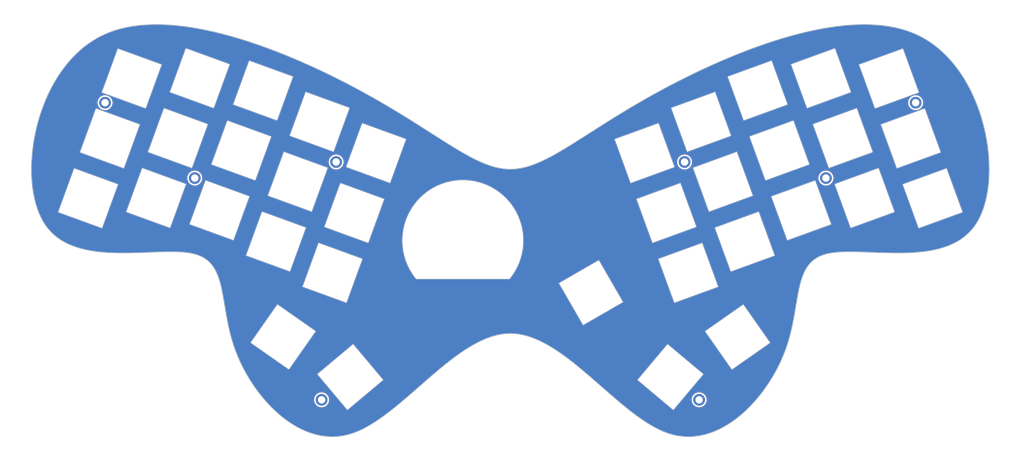
<source format=kicad_pcb>
(kicad_pcb (version 20221018) (generator pcbnew)
  (layers (0 "F.Cu" signal) (31 "B.Cu" signal) (34 "B.Paste" user) (35 "F.Paste" user) (36 "B.SilkS" user "B.Silkscreen") (37 "F.SilkS" user "F.Silkscreen") (38 "B.Mask" user) (39 "F.Mask" user) (44 "Edge.Cuts" user))
  (net 0 "")
  (footprint "footprints:mx-cutout" (layer "F.Cu") (at 296.63 140.72 20)
    (fp_text reference "REF**" hide)
    (fp_text value "mx-cutout")
    (fp_line (start -6.95 -6.95) (end 6.95 -6.95) (stroke (width 0.12)) (layer "Edge.Cuts"))
    (fp_line (start -6.95 6.95) (end -6.95 -6.95) (stroke (width 0.12)) (layer "Edge.Cuts"))
    (fp_line (start 6.95 -6.95) (end 6.95 6.95) (stroke (width 0.12)) (layer "Edge.Cuts"))
    (fp_line (start 6.95 6.95) (end -6.95 6.95) (stroke (width 0.12)) (layer "Edge.Cuts"))
  )
  (footprint "footprints:art-with-peripherals" (layer "F.Cu") (at 210 146.75)
    (fp_text reference "G***" hide)
    (fp_text value "LOGO" hide)
  )
  (footprint "footprints:mx-cutout" (layer "F.Cu") (at 262.98 159.35 20)
    (fp_text reference "REF**" hide)
    (fp_text value "mx-cutout")
    (fp_line (start -6.95 -6.95) (end 6.95 -6.95) (stroke (width 0.12)) (layer "Edge.Cuts"))
    (fp_line (start -6.95 6.95) (end -6.95 -6.95) (stroke (width 0.12)) (layer "Edge.Cuts"))
    (fp_line (start 6.95 -6.95) (end 6.95 6.95) (stroke (width 0.12)) (layer "Edge.Cuts"))
    (fp_line (start 6.95 6.95) (end -6.95 6.95) (stroke (width 0.12)) (layer "Edge.Cuts"))
  )
  (footprint "footprints:MountingHole_2.2mm_M2_ISO7380_Pad" (layer "F.Cu") (at 261.89 126.3)
    (fp_text reference "REF**" hide)
    (fp_text value "MountingHole_2.2mm_M2_ISO7380_Pad")
    (pad "1" thru_hole circle (at 0 0) (size 3.5 3.5) (drill 2.2) (layers "*.Cu" "*.Mask"))
  )
  (footprint "footprints:mx-cutout" (layer "F.Cu") (at 315.51 137.04 20)
    (fp_text reference "REF**" hide)
    (fp_text value "mx-cutout")
    (fp_line (start -6.95 -6.95) (end 6.95 -6.95) (stroke (width 0.12)) (layer "Edge.Cuts"))
    (fp_line (start -6.95 6.95) (end -6.95 -6.95) (stroke (width 0.12)) (layer "Edge.Cuts"))
    (fp_line (start 6.95 -6.95) (end 6.95 6.95) (stroke (width 0.12)) (layer "Edge.Cuts"))
    (fp_line (start 6.95 6.95) (end -6.95 6.95) (stroke (width 0.12)) (layer "Edge.Cuts"))
  )
  (footprint "footprints:mx-cutout" (layer "F.Cu") (at 157.03 159.34 -20)
    (fp_text reference "REF**" hide)
    (fp_text value "mx-cutout")
    (fp_line (start -6.95 -6.95) (end 6.95 -6.95) (stroke (width 0.12)) (layer "Edge.Cuts"))
    (fp_line (start -6.95 6.95) (end -6.95 -6.95) (stroke (width 0.12)) (layer "Edge.Cuts"))
    (fp_line (start 6.95 -6.95) (end 6.95 6.95) (stroke (width 0.12)) (layer "Edge.Cuts"))
    (fp_line (start 6.95 6.95) (end -6.95 6.95) (stroke (width 0.12)) (layer "Edge.Cuts"))
  )
  (footprint "footprints:MountingHole_2.2mm_M2_ISO7380_Pad" (layer "F.Cu") (at 330.71 108.62)
    (fp_text reference "REF**" hide)
    (fp_text value "MountingHole_2.2mm_M2_ISO7380_Pad")
    (pad "1" thru_hole circle (at 0 0) (size 3.5 3.5) (drill 2.2) (layers "*.Cu" "*.Mask"))
  )
  (footprint "footprints:mx-cutout" (layer "F.Cu") (at 302.51 101.33 20)
    (fp_text reference "REF**" hide)
    (fp_text value "mx-cutout")
    (fp_line (start -6.95 -6.95) (end 6.95 -6.95) (stroke (width 0.12)) (layer "Edge.Cuts"))
    (fp_line (start -6.95 6.95) (end -6.95 -6.95) (stroke (width 0.12)) (layer "Edge.Cuts"))
    (fp_line (start 6.95 -6.95) (end 6.95 6.95) (stroke (width 0.12)) (layer "Edge.Cuts"))
    (fp_line (start 6.95 6.95) (end -6.95 6.95) (stroke (width 0.12)) (layer "Edge.Cuts"))
  )
  (footprint "footprints:mx-cutout" (layer "F.Cu") (at 104.5 137.03 -20)
    (fp_text reference "REF**" hide)
    (fp_text value "mx-cutout")
    (fp_line (start -6.95 -6.95) (end 6.95 -6.95) (stroke (width 0.12)) (layer "Edge.Cuts"))
    (fp_line (start -6.95 6.95) (end -6.95 -6.95) (stroke (width 0.12)) (layer "Edge.Cuts"))
    (fp_line (start 6.95 -6.95) (end 6.95 6.95) (stroke (width 0.12)) (layer "Edge.Cuts"))
    (fp_line (start 6.95 6.95) (end -6.95 6.95) (stroke (width 0.12)) (layer "Edge.Cuts"))
  )
  (footprint "footprints:mx-cutout" (layer "F.Cu") (at 277.68 178.48 35)
    (fp_text reference "REF**" hide)
    (fp_text value "mx-cutout")
    (fp_line (start -6.95 -6.95) (end 6.95 -6.95) (stroke (width 0.12)) (layer "Edge.Cuts"))
    (fp_line (start -6.95 6.95) (end -6.95 -6.95) (stroke (width 0.12)) (layer "Edge.Cuts"))
    (fp_line (start 6.95 -6.95) (end 6.95 6.95) (stroke (width 0.12)) (layer "Edge.Cuts"))
    (fp_line (start 6.95 6.95) (end -6.95 6.95) (stroke (width 0.12)) (layer "Edge.Cuts"))
  )
  (footprint "footprints:ec11-cutout" (layer "F.Cu") (at 234.01 165.25 30)
    (fp_text reference "REF**" hide)
    (fp_text value "ec11-cutout")
    (fp_line (start -6.85 -7.2) (end 6.85 -7.2) (stroke (width 0.12)) (layer "Edge.Cuts"))
    (fp_line (start -6.85 7.2) (end -6.85 -7.2) (stroke (width 0.12)) (layer "Edge.Cuts"))
    (fp_line (start 6.85 -7.2) (end 6.85 7.2) (stroke (width 0.12)) (layer "Edge.Cuts"))
    (fp_line (start 6.85 7.2) (end -6.85 7.2) (stroke (width 0.12)) (layer "Edge.Cuts"))
  )
  (footprint "footprints:MountingHole_2.2mm_M2_ISO7380_Pad" (layer "F.Cu") (at 303.99 131.09)
    (fp_text reference "REF**" hide)
    (fp_text value "MountingHole_2.2mm_M2_ISO7380_Pad")
    (pad "1" thru_hole circle (at 0 0) (size 3.5 3.5) (drill 2.2) (layers "*.Cu" "*.Mask"))
  )
  (footprint "footprints:mx-cutout" (layer "F.Cu") (at 97.24 101.41 -20)
    (fp_text reference "REF**" hide)
    (fp_text value "mx-cutout")
    (fp_line (start -6.95 -6.95) (end 6.95 -6.95) (stroke (width 0.12)) (layer "Edge.Cuts"))
    (fp_line (start -6.95 6.95) (end -6.95 -6.95) (stroke (width 0.12)) (layer "Edge.Cuts"))
    (fp_line (start 6.95 -6.95) (end 6.95 6.95) (stroke (width 0.12)) (layer "Edge.Cuts"))
    (fp_line (start 6.95 6.95) (end -6.95 6.95) (stroke (width 0.12)) (layer "Edge.Cuts"))
  )
  (footprint "footprints:MountingHole_2.2mm_M2_ISO7380_Pad" (layer "F.Cu") (at 153.78 197.21)
    (fp_text reference "REF**" hide)
    (fp_text value "MountingHole_2.2mm_M2_ISO7380_Pad")
    (pad "1" thru_hole circle (at 0 0) (size 3.5 3.5) (drill 2.2) (layers "*.Cu" "*.Mask"))
  )
  (footprint "footprints:mx-cutout" (layer "F.Cu") (at 256.48 141.49 20)
    (fp_text reference "REF**" hide)
    (fp_text value "mx-cutout")
    (fp_line (start -6.95 -6.95) (end 6.95 -6.95) (stroke (width 0.12)) (layer "Edge.Cuts"))
    (fp_line (start -6.95 6.95) (end -6.95 -6.95) (stroke (width 0.12)) (layer "Edge.Cuts"))
    (fp_line (start 6.95 -6.95) (end 6.95 6.95) (stroke (width 0.12)) (layer "Edge.Cuts"))
    (fp_line (start 6.95 6.95) (end -6.95 6.95) (stroke (width 0.12)) (layer "Edge.Cuts"))
  )
  (footprint "footprints:mx-cutout" (layer "F.Cu") (at 142.33 178.46 -35)
    (fp_text reference "REF**" hide)
    (fp_text value "mx-cutout")
    (fp_line (start -6.95 -6.95) (end 6.95 -6.95) (stroke (width 0.12)) (layer "Edge.Cuts"))
    (fp_line (start -6.95 6.95) (end -6.95 -6.95) (stroke (width 0.12)) (layer "Edge.Cuts"))
    (fp_line (start 6.95 -6.95) (end 6.95 6.95) (stroke (width 0.12)) (layer "Edge.Cuts"))
    (fp_line (start 6.95 6.95) (end -6.95 6.95) (stroke (width 0.12)) (layer "Edge.Cuts"))
  )
  (footprint "footprints:mx-cutout" (layer "F.Cu") (at 273.31 132.18 20)
    (fp_text reference "REF**" hide)
    (fp_text value "mx-cutout")
    (fp_line (start -6.95 -6.95) (end 6.95 -6.95) (stroke (width 0.12)) (layer "Edge.Cuts"))
    (fp_line (start -6.95 6.95) (end -6.95 -6.95) (stroke (width 0.12)) (layer "Edge.Cuts"))
    (fp_line (start 6.95 -6.95) (end 6.95 6.95) (stroke (width 0.12)) (layer "Edge.Cuts"))
    (fp_line (start 6.95 6.95) (end -6.95 6.95) (stroke (width 0.12)) (layer "Edge.Cuts"))
  )
  (footprint "footprints:mx-cutout" (layer "F.Cu") (at 249.97 123.65 20)
    (fp_text reference "REF**" hide)
    (fp_text value "mx-cutout")
    (fp_line (start -6.95 -6.95) (end 6.95 -6.95) (stroke (width 0.12)) (layer "Edge.Cuts"))
    (fp_line (start -6.95 6.95) (end -6.95 -6.95) (stroke (width 0.12)) (layer "Edge.Cuts"))
    (fp_line (start 6.95 -6.95) (end 6.95 6.95) (stroke (width 0.12)) (layer "Edge.Cuts"))
    (fp_line (start 6.95 6.95) (end -6.95 6.95) (stroke (width 0.12)) (layer "Edge.Cuts"))
  )
  (footprint "footprints:mx-cutout" (layer "F.Cu") (at 279.81 150.04 20)
    (fp_text reference "REF**" hide)
    (fp_text value "mx-cutout")
    (fp_line (start -6.95 -6.95) (end 6.95 -6.95) (stroke (width 0.12)) (layer "Edge.Cuts"))
    (fp_line (start -6.95 6.95) (end -6.95 -6.95) (stroke (width 0.12)) (layer "Edge.Cuts"))
    (fp_line (start 6.95 -6.95) (end 6.95 6.95) (stroke (width 0.12)) (layer "Edge.Cuts"))
    (fp_line (start 6.95 6.95) (end -6.95 6.95) (stroke (width 0.12)) (layer "Edge.Cuts"))
  )
  (footprint "footprints:mx-cutout" (layer "F.Cu") (at 163.52 141.5 -20)
    (fp_text reference "REF**" hide)
    (fp_text value "mx-cutout")
    (fp_line (start -6.95 -6.95) (end 6.95 -6.95) (stroke (width 0.12)) (layer "Edge.Cuts"))
    (fp_line (start -6.95 6.95) (end -6.95 -6.95) (stroke (width 0.12)) (layer "Edge.Cuts"))
    (fp_line (start 6.95 -6.95) (end 6.95 6.95) (stroke (width 0.12)) (layer "Edge.Cuts"))
    (fp_line (start 6.95 6.95) (end -6.95 6.95) (stroke (width 0.12)) (layer "Edge.Cuts"))
  )
  (footprint "footprints:mx-cutout" (layer "F.Cu") (at 153.19 114.32 -20)
    (fp_text reference "REF**" hide)
    (fp_text value "mx-cutout")
    (fp_line (start -6.95 -6.95) (end 6.95 -6.95) (stroke (width 0.12)) (layer "Edge.Cuts"))
    (fp_line (start -6.95 6.95) (end -6.95 -6.95) (stroke (width 0.12)) (layer "Edge.Cuts"))
    (fp_line (start 6.95 -6.95) (end 6.95 6.95) (stroke (width 0.12)) (layer "Edge.Cuts"))
    (fp_line (start 6.95 6.95) (end -6.95 6.95) (stroke (width 0.12)) (layer "Edge.Cuts"))
  )
  (footprint "footprints:mx-cutout" (layer "F.Cu") (at 110.99 119.18 -20)
    (fp_text reference "REF**" hide)
    (fp_text value "mx-cutout")
    (fp_line (start -6.95 -6.95) (end 6.95 -6.95) (stroke (width 0.12)) (layer "Edge.Cuts"))
    (fp_line (start -6.95 6.95) (end -6.95 -6.95) (stroke (width 0.12)) (layer "Edge.Cuts"))
    (fp_line (start 6.95 -6.95) (end 6.95 6.95) (stroke (width 0.12)) (layer "Edge.Cuts"))
    (fp_line (start 6.95 6.95) (end -6.95 6.95) (stroke (width 0.12)) (layer "Edge.Cuts"))
  )
  (footprint "footprints:waveshare-cutout" (layer "F.Cu") (at 195.85 149.71)
    (fp_text reference "REF**" hide)
    (fp_text value "waveshare-cutout")
    (fp_line (start -13.87 11.48) (end 13.87 11.48) (stroke (width 0.12)) (layer "Edge.Cuts"))
    (fp_arc (start -13.87 11.48) (mid 0 -18.004647) (end 13.87 11.48) (stroke (width 0.12)) (layer "Edge.Cuts"))
  )
  (footprint "footprints:MountingHole_2.2mm_M2_ISO7380_Pad" (layer "F.Cu") (at 266.22 197.21)
    (fp_text reference "REF**" hide)
    (fp_text value "MountingHole_2.2mm_M2_ISO7380_Pad")
    (pad "1" thru_hole circle (at 0 0) (size 3.5 3.5) (drill 2.2) (layers "*.Cu" "*.Mask"))
  )
  (footprint "footprints:MountingHole_2.2mm_M2_ISO7380_Pad" (layer "F.Cu") (at 116.01 131.09)
    (fp_text reference "REF**" hide)
    (fp_text value "MountingHole_2.2mm_M2_ISO7380_Pad")
    (pad "1" thru_hole circle (at 0 0) (size 3.5 3.5) (drill 2.2) (layers "*.Cu" "*.Mask"))
  )
  (footprint "footprints:mx-cutout" (layer "F.Cu") (at 266.81 114.33 20)
    (fp_text reference "REF**" hide)
    (fp_text value "mx-cutout")
    (fp_line (start -6.95 -6.95) (end 6.95 -6.95) (stroke (width 0.12)) (layer "Edge.Cuts"))
    (fp_line (start -6.95 6.95) (end -6.95 -6.95) (stroke (width 0.12)) (layer "Edge.Cuts"))
    (fp_line (start 6.95 -6.95) (end 6.95 6.95) (stroke (width 0.12)) (layer "Edge.Cuts"))
    (fp_line (start 6.95 6.95) (end -6.95 6.95) (stroke (width 0.12)) (layer "Edge.Cuts"))
  )
  (footprint "footprints:mx-cutout" (layer "F.Cu") (at 257.68 190.42 50)
    (fp_text reference "REF**" hide)
    (fp_text value "mx-cutout")
    (fp_line (start -6.95 -6.95) (end 6.95 -6.95) (stroke (width 0.12)) (layer "Edge.Cuts"))
    (fp_line (start -6.95 6.95) (end -6.95 -6.95) (stroke (width 0.12)) (layer "Edge.Cuts"))
    (fp_line (start 6.95 -6.95) (end 6.95 6.95) (stroke (width 0.12)) (layer "Edge.Cuts"))
    (fp_line (start 6.95 6.95) (end -6.95 6.95) (stroke (width 0.12)) (layer "Edge.Cuts"))
  )
  (footprint "footprints:mx-cutout" (layer "F.Cu") (at 170.02 123.64 -20)
    (fp_text reference "REF**" hide)
    (fp_text value "mx-cutout")
    (fp_line (start -6.95 -6.95) (end 6.95 -6.95) (stroke (width 0.12)) (layer "Edge.Cuts"))
    (fp_line (start -6.95 6.95) (end -6.95 -6.95) (stroke (width 0.12)) (layer "Edge.Cuts"))
    (fp_line (start 6.95 -6.95) (end 6.95 6.95) (stroke (width 0.12)) (layer "Edge.Cuts"))
    (fp_line (start 6.95 6.95) (end -6.95 6.95) (stroke (width 0.12)) (layer "Edge.Cuts"))
  )
  (footprint "footprints:mx-cutout" (layer "F.Cu") (at 140.2 150.02 -20)
    (fp_text reference "REF**" hide)
    (fp_text value "mx-cutout")
    (fp_line (start -6.95 -6.95) (end 6.95 -6.95) (stroke (width 0.12)) (layer "Edge.Cuts"))
    (fp_line (start -6.95 6.95) (end -6.95 -6.95) (stroke (width 0.12)) (layer "Edge.Cuts"))
    (fp_line (start 6.95 -6.95) (end 6.95 6.95) (stroke (width 0.12)) (layer "Edge.Cuts"))
    (fp_line (start 6.95 6.95) (end -6.95 6.95) (stroke (width 0.12)) (layer "Edge.Cuts"))
  )
  (footprint "footprints:mx-cutout" (layer "F.Cu") (at 84.24 137.11 -20)
    (fp_text reference "REF**" hide)
    (fp_text value "mx-cutout")
    (fp_line (start -6.95 -6.95) (end 6.95 -6.95) (stroke (width 0.12)) (layer "Edge.Cuts"))
    (fp_line (start -6.95 6.95) (end -6.95 -6.95) (stroke (width 0.12)) (layer "Edge.Cuts"))
    (fp_line (start 6.95 -6.95) (end 6.95 6.95) (stroke (width 0.12)) (layer "Edge.Cuts"))
    (fp_line (start 6.95 6.95) (end -6.95 6.95) (stroke (width 0.12)) (layer "Edge.Cuts"))
  )
  (footprint "footprints:mx-cutout" (layer "F.Cu") (at 335.76 137.11 20)
    (fp_text reference "REF**" hide)
    (fp_text value "mx-cutout")
    (fp_line (start -6.95 -6.95) (end 6.95 -6.95) (stroke (width 0.12)) (layer "Edge.Cuts"))
    (fp_line (start -6.95 6.95) (end -6.95 -6.95) (stroke (width 0.12)) (layer "Edge.Cuts"))
    (fp_line (start 6.95 -6.95) (end 6.95 6.95) (stroke (width 0.12)) (layer "Edge.Cuts"))
    (fp_line (start 6.95 6.95) (end -6.95 6.95) (stroke (width 0.12)) (layer "Edge.Cuts"))
  )
  (footprint "footprints:mx-cutout" (layer "F.Cu") (at 123.37 140.7 -20)
    (fp_text reference "REF**" hide)
    (fp_text value "mx-cutout")
    (fp_line (start -6.95 -6.95) (end 6.95 -6.95) (stroke (width 0.12)) (layer "Edge.Cuts"))
    (fp_line (start -6.95 6.95) (end -6.95 -6.95) (stroke (width 0.12)) (layer "Edge.Cuts"))
    (fp_line (start 6.95 -6.95) (end 6.95 6.95) (stroke (width 0.12)) (layer "Edge.Cuts"))
    (fp_line (start 6.95 6.95) (end -6.95 6.95) (stroke (width 0.12)) (layer "Edge.Cuts"))
  )
  (footprint "footprints:mx-cutout" (layer "F.Cu") (at 322.76 101.41 20)
    (fp_text reference "REF**" hide)
    (fp_text value "mx-cutout")
    (fp_line (start -6.95 -6.95) (end 6.95 -6.95) (stroke (width 0.12)) (layer "Edge.Cuts"))
    (fp_line (start -6.95 6.95) (end -6.95 -6.95) (stroke (width 0.12)) (layer "Edge.Cuts"))
    (fp_line (start 6.95 -6.95) (end 6.95 6.95) (stroke (width 0.12)) (layer "Edge.Cuts"))
    (fp_line (start 6.95 6.95) (end -6.95 6.95) (stroke (width 0.12)) (layer "Edge.Cuts"))
  )
  (footprint "footprints:mx-cutout" (layer "F.Cu") (at 90.73 119.26 -20)
    (fp_text reference "REF**" hide)
    (fp_text value "mx-cutout")
    (fp_line (start -6.95 -6.95) (end 6.95 -6.95) (stroke (width 0.12)) (layer "Edge.Cuts"))
    (fp_line (start -6.95 6.95) (end -6.95 -6.95) (stroke (width 0.12)) (layer "Edge.Cuts"))
    (fp_line (start 6.95 -6.95) (end 6.95 6.95) (stroke (width 0.12)) (layer "Edge.Cuts"))
    (fp_line (start 6.95 6.95) (end -6.95 6.95) (stroke (width 0.12)) (layer "Edge.Cuts"))
  )
  (footprint "footprints:mx-cutout" (layer "F.Cu") (at 283.64 105 20)
    (fp_text reference "REF**" hide)
    (fp_text value "mx-cutout")
    (fp_line (start -6.95 -6.95) (end 6.95 -6.95) (stroke (width 0.12)) (layer "Edge.Cuts"))
    (fp_line (start -6.95 6.95) (end -6.95 -6.95) (stroke (width 0.12)) (layer "Edge.Cuts"))
    (fp_line (start 6.95 -6.95) (end 6.95 6.95) (stroke (width 0.12)) (layer "Edge.Cuts"))
    (fp_line (start 6.95 6.95) (end -6.95 6.95) (stroke (width 0.12)) (layer "Edge.Cuts"))
  )
  (footprint "footprints:mx-cutout" (layer "F.Cu") (at 117.5 101.32 -20)
    (fp_text reference "REF**" hide)
    (fp_text value "mx-cutout")
    (fp_line (start -6.95 -6.95) (end 6.95 -6.95) (stroke (width 0.12)) (layer "Edge.Cuts"))
    (fp_line (start -6.95 6.95) (end -6.95 -6.95) (stroke (width 0.12)) (layer "Edge.Cuts"))
    (fp_line (start 6.95 -6.95) (end 6.95 6.95) (stroke (width 0.12)) (layer "Edge.Cuts"))
    (fp_line (start 6.95 6.95) (end -6.95 6.95) (stroke (width 0.12)) (layer "Edge.Cuts"))
  )
  (footprint "footprints:mx-cutout" (layer "F.Cu") (at 136.36 105 -20)
    (fp_text reference "REF**" hide)
    (fp_text value "mx-cutout")
    (fp_line (start -6.95 -6.95) (end 6.95 -6.95) (stroke (width 0.12)) (layer "Edge.Cuts"))
    (fp_line (start -6.95 6.95) (end -6.95 -6.95) (stroke (width 0.12)) (layer "Edge.Cuts"))
    (fp_line (start 6.95 -6.95) (end 6.95 6.95) (stroke (width 0.12)) (layer "Edge.Cuts"))
    (fp_line (start 6.95 6.95) (end -6.95 6.95) (stroke (width 0.12)) (layer "Edge.Cuts"))
  )
  (footprint "footprints:mx-cutout" (layer "F.Cu") (at 129.87 122.87 -20)
    (fp_text reference "REF**" hide)
    (fp_text value "mx-cutout")
    (fp_line (start -6.95 -6.95) (end 6.95 -6.95) (stroke (width 0.12)) (layer "Edge.Cuts"))
    (fp_line (start -6.95 6.95) (end -6.95 -6.95) (stroke (width 0.12)) (layer "Edge.Cuts"))
    (fp_line (start 6.95 -6.95) (end 6.95 6.95) (stroke (width 0.12)) (layer "Edge.Cuts"))
    (fp_line (start 6.95 6.95) (end -6.95 6.95) (stroke (width 0.12)) (layer "Edge.Cuts"))
  )
  (footprint "footprints:MountingHole_2.2mm_M2_ISO7380_Pad" (layer "F.Cu") (at 158.11 126.3)
    (fp_text reference "REF**" hide)
    (fp_text value "MountingHole_2.2mm_M2_ISO7380_Pad")
    (pad "1" thru_hole circle (at 0 0) (size 3.5 3.5) (drill 2.2) (layers "*.Cu" "*.Mask"))
  )
  (footprint "footprints:mx-cutout" (layer "F.Cu") (at 146.69 132.18 -20)
    (fp_text reference "REF**" hide)
    (fp_text value "mx-cutout")
    (fp_line (start -6.95 -6.95) (end 6.95 -6.95) (stroke (width 0.12)) (layer "Edge.Cuts"))
    (fp_line (start -6.95 6.95) (end -6.95 -6.95) (stroke (width 0.12)) (layer "Edge.Cuts"))
    (fp_line (start 6.95 -6.95) (end 6.95 6.95) (stroke (width 0.12)) (layer "Edge.Cuts"))
    (fp_line (start 6.95 6.95) (end -6.95 6.95) (stroke (width 0.12)) (layer "Edge.Cuts"))
  )
  (footprint "footprints:MountingHole_2.2mm_M2_ISO7380_Pad" (layer "F.Cu") (at 89.29 108.62)
    (fp_text reference "REF**" hide)
    (fp_text value "MountingHole_2.2mm_M2_ISO7380_Pad")
    (pad "1" thru_hole circle (at 0 0) (size 3.5 3.5) (drill 2.2) (layers "*.Cu" "*.Mask"))
  )
  (footprint "footprints:mx-cutout" (layer "F.Cu") (at 309.02 119.18 20)
    (fp_text reference "REF**" hide)
    (fp_text value "mx-cutout")
    (fp_line (start -6.95 -6.95) (end 6.95 -6.95) (stroke (width 0.12)) (layer "Edge.Cuts"))
    (fp_line (start -6.95 6.95) (end -6.95 -6.95) (stroke (width 0.12)) (layer "Edge.Cuts"))
    (fp_line (start 6.95 -6.95) (end 6.95 6.95) (stroke (width 0.12)) (layer "Edge.Cuts"))
    (fp_line (start 6.95 6.95) (end -6.95 6.95) (stroke (width 0.12)) (layer "Edge.Cuts"))
  )
  (footprint "footprints:mx-cutout" (layer "F.Cu") (at 290.14 122.86 20)
    (fp_text reference "REF**" hide)
    (fp_text value "mx-cutout")
    (fp_line (start -6.95 -6.95) (end 6.95 -6.95) (stroke (width 0.12)) (layer "Edge.Cuts"))
    (fp_line (start -6.95 6.95) (end -6.95 -6.95) (stroke (width 0.12)) (layer "Edge.Cuts"))
    (fp_line (start 6.95 -6.95) (end 6.95 6.95) (stroke (width 0.12)) (layer "Edge.Cuts"))
    (fp_line (start 6.95 6.95) (end -6.95 6.95) (stroke (width 0.12)) (layer "Edge.Cuts"))
  )
  (footprint "footprints:mx-cutout" (layer "F.Cu") (at 162.32 190.42 -50)
    (fp_text reference "REF**" hide)
    (fp_text value "mx-cutout")
    (fp_line (start -6.95 -6.95) (end 6.95 -6.95) (stroke (width 0.12)) (layer "Edge.Cuts"))
    (fp_line (start -6.95 6.95) (end -6.95 -6.95) (stroke (width 0.12)) (layer "Edge.Cuts"))
    (fp_line (start 6.95 -6.95) (end 6.95 6.95) (stroke (width 0.12)) (layer "Edge.Cuts"))
    (fp_line (start 6.95 6.95) (end -6.95 6.95) (stroke (width 0.12)) (layer "Edge.Cuts"))
  )
  (footprint "footprints:mx-cutout" (layer "F.Cu") (at 329.26 119.26 20)
    (fp_text reference "REF**" hide)
    (fp_text value "mx-cutout")
    (fp_line (start -6.95 -6.95) (end 6.95 -6.95) (stroke (width 0.12)) (layer "Edge.Cuts"))
    (fp_line (start -6.95 6.95) (end -6.95 -6.95) (stroke (width 0.12)) (layer "Edge.Cuts"))
    (fp_line (start 6.95 -6.95) (end 6.95 6.95) (stroke (width 0.12)) (layer "Edge.Cuts"))
    (fp_line (start 6.95 6.95) (end -6.95 6.95) (stroke (width 0.12)) (layer "Edge.Cuts"))
  )
  (gr_curve (pts (xy 209.98992 177.47393) (xy 226.06479 177.47406) (xy 242.13863 202.43278) (xy 257.21584 207.30634)) (stroke (width 0.2)) (layer "Edge.Cuts"))
  (gr_curve (pts (xy 331.44826 88.474984) (xy 311.1109 78.738114) (xy 276.31702 93.103847) (xy 253.66362 105.51965)) (stroke (width 0.2)) (layer "Edge.Cuts"))
  (gr_curve (pts (xy 115.7963 153.74173) (xy 126.31199 156.38598) (xy 122.92087 169.0701) (xy 128.26476 183.01877)) (stroke (width 0.2)) (layer "Edge.Cuts"))
  (gr_curve (pts (xy 128.26476 183.01877) (xy 133.60865 196.96743) (xy 147.68683 212.17988) (xy 162.76414 207.30608)) (stroke (width 0.2)) (layer "Edge.Cuts"))
  (gr_curve (pts (xy 257.21584 207.30634) (xy 272.29305 212.1799) (xy 286.37118 196.96748) (xy 291.71487 183.01887)) (stroke (width 0.2)) (layer "Edge.Cuts"))
  (gr_curve (pts (xy 162.76414 207.30608) (xy 177.84145 202.43227) (xy 193.91504 177.4738) (xy 209.98992 177.47393)) (stroke (width 0.2)) (layer "Edge.Cuts"))
  (gr_curve (pts (xy 304.18311 153.74146) (xy 314.69895 151.09713) (xy 339.11978 158.49301) (xy 348.39186 145.27108)) (stroke (width 0.2)) (layer "Edge.Cuts"))
  (gr_curve (pts (xy 88.531403 88.474847) (xy 68.193791 98.21165) (xy 62.315283 132.0517) (xy 71.586907 145.27276)) (stroke (width 0.2)) (layer "Edge.Cuts"))
  (gr_curve (pts (xy 348.39186 145.27108) (xy 357.66394 132.04915) (xy 351.78563 98.211853) (xy 331.44826 88.474984)) (stroke (width 0.2)) (layer "Edge.Cuts"))
  (gr_curve (pts (xy 166.31654 105.51981) (xy 143.66314 93.10389) (xy 108.86901 78.738045) (xy 88.531403 88.474847)) (stroke (width 0.2)) (layer "Edge.Cuts"))
  (gr_curve (pts (xy 253.66362 105.51965) (xy 231.01023 117.93545) (xy 220.50014 128.39987) (xy 209.99 128.4)) (stroke (width 0.2)) (layer "Edge.Cuts"))
  (gr_curve (pts (xy 209.99 128.4) (xy 199.47986 128.40013) (xy 188.96994 117.93572) (xy 166.31654 105.51981)) (stroke (width 0.2)) (layer "Edge.Cuts"))
  (gr_curve (pts (xy 71.586907 145.27276) (xy 80.858531 158.49381) (xy 105.2806 151.09748) (xy 115.7963 153.74173)) (stroke (width 0.2)) (layer "Edge.Cuts"))
  (gr_curve (pts (xy 291.71487 183.01887) (xy 297.05856 169.07026) (xy 293.66728 156.38579) (xy 304.18311 153.74146)) (stroke (width 0.2)) (layer "Edge.Cuts"))
  (zone (net 0) (net_name "") (layers "F&B.Cu") (connect_pads (clearance 0.5)) (min_thickness 0.25) (fill yes (thermal_gap 0.5) (thermal_bridge_width 0.5) (island_removal_mode 1) (island_area_min 10))
    (polygon (pts (xy 58 78) (xy 363 78) (xy 363 216) (xy 58 216)))
  )
)
</source>
